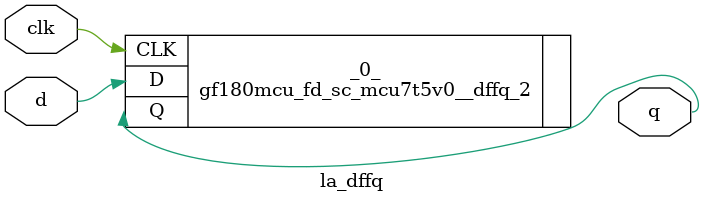
<source format=v>

/* Generated by Yosys 0.44 (git sha1 80ba43d26, g++ 11.4.0-1ubuntu1~22.04 -fPIC -O3) */

(* top =  1  *)
(* src = "generated" *)
(* keep_hierarchy *)
module la_dffq (
    d,
    clk,
    q
);
  (* src = "generated" *)
  input clk;
  wire clk;
  (* src = "generated" *)
  input d;
  wire d;
  (* src = "generated" *)
  output q;
  wire q;
  (* src = "generated" *)
  gf180mcu_fd_sc_mcu7t5v0__dffq_2 _0_ (
      .CLK(clk),
      .D  (d),
      .Q  (q)
  );
endmodule

</source>
